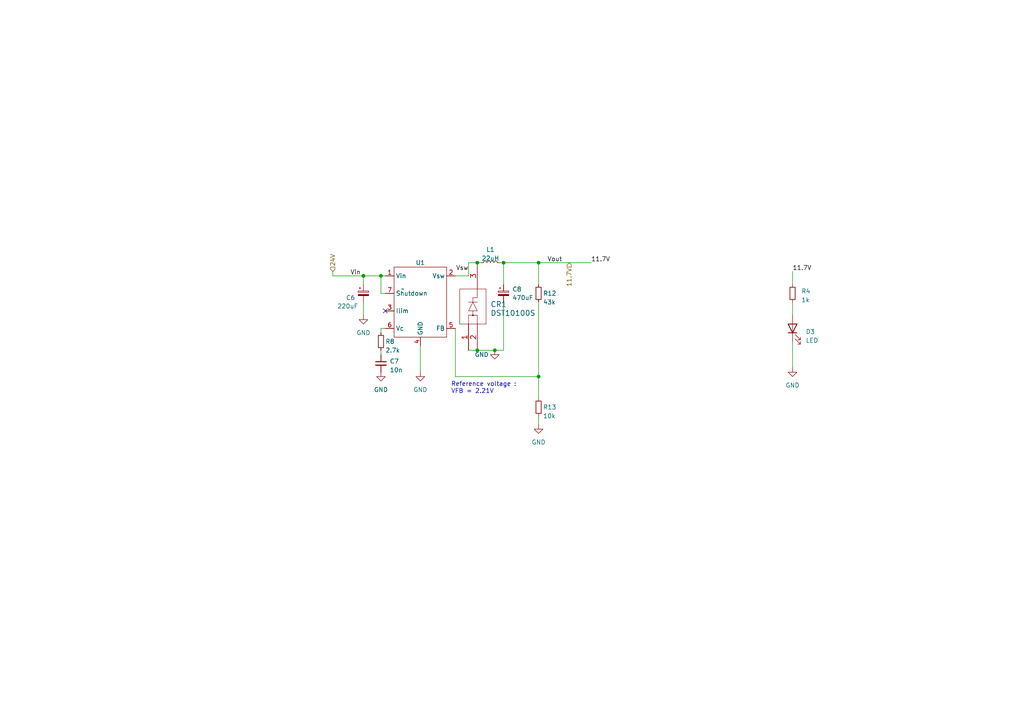
<source format=kicad_sch>
(kicad_sch (version 20230121) (generator eeschema)
  (paper "A4")
  (lib_symbols
    (symbol "DST10100S_1" (pin_names (offset 0.254) hide)
      (property "Reference" "CR" (at 12.7 7.62 0))
      (property "Value" "DST10100S" (at 12.7 5.08 0))
      (symbol "DST10100S_1_1_1"
        (polyline (pts (xy 7.62 -5.08) (xy 17.78 -5.08)) (stroke (width 0.127)))
        (polyline (pts (xy 7.62 0) (xy 10.16 0)) (stroke (width 0.127)))
        (polyline (pts (xy 7.62 2.54) (xy 7.62 -5.08)) (stroke (width 0.127)))
        (polyline (pts (xy 10.16 -2.54) (xy 7.62 -2.54)) (stroke (width 0.127)))
        (polyline (pts (xy 10.16 -1.27) (xy 11.43 -1.27)) (stroke (width 0.127)))
        (polyline (pts (xy 10.16 0) (xy 10.16 -2.54)) (stroke (width 0.127)))
        (polyline (pts (xy 11.43 -2.54) (xy 13.97 -1.27)) (stroke (width 0.127)))
        (polyline (pts (xy 11.43 0) (xy 11.43 -2.54)) (stroke (width 0.127)))
        (polyline (pts (xy 13.97 -1.27) (xy 11.43 0)) (stroke (width 0.127)))
        (polyline (pts (xy 13.97 -1.27) (xy 15.24 -1.27)) (stroke (width 0.127)))
        (polyline (pts (xy 13.97 0) (xy 13.97 -2.54)) (stroke (width 0.127)))
        (polyline (pts (xy 15.24 -2.54) (xy 17.78 -2.54)) (stroke (width 0.127)))
        (polyline (pts (xy 15.24 -1.27) (xy 15.24 -2.54)) (stroke (width 0.127)))
        (polyline (pts (xy 17.78 -5.08) (xy 17.78 2.54)) (stroke (width 0.127)))
        (polyline (pts (xy 17.78 2.54) (xy 7.62 2.54)) (stroke (width 0.127)))
        (arc (start 10.16 -1.397) (mid 10.16 -1.397) (end 10.16 -1.397) (stroke (width 0.254)))
        (circle (center 10.16 -1.27) (radius 0.127) (stroke (width 0.254)))
        (pin unspecified line (at 0 0 0) (length 7.62) (name "1") (number "1"))
        (pin unspecified line (at 0 -2.54 0) (length 7.62) (name "2") (number "2"))
        (pin unspecified line (at 25.4 -2.54 180) (length 7.62) (name "3") (number "3"))
      )
    )
    (symbol "Device:C_Polarized_Small" (pin_numbers hide) (pin_names (offset 0.254) hide)
      (property "Reference" "C" (at 0.254 1.778 0))
      (property "Value" "C_Polarized_Small" (at 0.254 -2.032 0))
      (symbol "C_Polarized_Small_0_1"
        (rectangle (start -1.524 -0.3048) (end 1.524 -0.6858) (fill (type outline)))
        (rectangle (start -1.524 0.6858) (end 1.524 0.3048))
        (polyline (pts (xy -1.27 1.524) (xy -0.762 1.524)))
        (polyline (pts (xy -1.016 1.27) (xy -1.016 1.778)))
      )
      (symbol "C_Polarized_Small_1_1"
        (pin passive line (at 0 2.54 270) (length 1.8542) (name "~") (number "1"))
        (pin passive line (at 0 -2.54 90) (length 1.8542) (name "~") (number "2"))
      )
    )
    (symbol "Device:C_Small" (pin_numbers hide) (pin_names (offset 0.254) hide)
      (property "Reference" "C" (at 0.254 1.778 0))
      (property "Value" "C_Small" (at 0.254 -2.032 0))
      (symbol "C_Small_0_1"
        (polyline (pts (xy -1.524 -0.508) (xy 1.524 -0.508)) (stroke (width 0.3302)))
        (polyline (pts (xy -1.524 0.508) (xy 1.524 0.508)) (stroke (width 0.3048)))
      )
      (symbol "C_Small_1_1"
        (pin passive line (at 0 2.54 270) (length 2.032) (name "~") (number "1"))
        (pin passive line (at 0 -2.54 90) (length 2.032) (name "~") (number "2"))
      )
    )
    (symbol "Device:LED" (pin_numbers hide) (pin_names (offset 1.016) hide)
      (property "Reference" "D" (at 0 2.54 0))
      (property "Value" "LED" (at 0 -2.54 0))
      (symbol "LED_0_1"
        (polyline (pts (xy -1.27 -1.27) (xy -1.27 1.27)) (stroke (width 0.254)))
        (polyline (pts (xy -1.27 0) (xy 1.27 0)))
        (polyline (pts (xy 1.27 -1.27) (xy 1.27 1.27) (xy -1.27 0) (xy 1.27 -1.27)) (stroke (width 0.254)))
        (polyline (pts (xy -3.048 -0.762) (xy -4.572 -2.286) (xy -3.81 -2.286) (xy -4.572 -2.286) (xy -4.572 -1.524)))
        (polyline (pts (xy -1.778 -0.762) (xy -3.302 -2.286) (xy -2.54 -2.286) (xy -3.302 -2.286) (xy -3.302 -1.524)))
      )
      (symbol "LED_1_1"
        (pin passive line (at -3.81 0 0) (length 2.54) (name "K") (number "1"))
        (pin passive line (at 3.81 0 180) (length 2.54) (name "A") (number "2"))
      )
    )
    (symbol "Device:L_Small" (pin_numbers hide) (pin_names (offset 0.254) hide)
      (property "Reference" "L" (at 0.762 1.016 0))
      (property "Value" "L_Small" (at 0.762 -1.016 0))
      (symbol "L_Small_0_1"
        (arc (start 0 -2.032) (mid 0.5058 -1.524) (end 0 -1.016))
        (arc (start 0 -1.016) (mid 0.5058 -0.508) (end 0 0))
        (arc (start 0 0) (mid 0.5058 0.508) (end 0 1.016))
        (arc (start 0 1.016) (mid 0.5058 1.524) (end 0 2.032))
      )
      (symbol "L_Small_1_1"
        (pin passive line (at 0 2.54 270) (length 0.508) (name "~") (number "1"))
        (pin passive line (at 0 -2.54 90) (length 0.508) (name "~") (number "2"))
      )
    )
    (symbol "Device:R_Small" (pin_numbers hide) (pin_names (offset 0.254) hide)
      (property "Reference" "R" (at 0.762 0.508 0))
      (property "Value" "R_Small" (at 0.762 -1.016 0))
      (symbol "R_Small_0_1"
        (rectangle (start -0.762 1.778) (end 0.762 -1.778) (stroke (width 0.2032)))
      )
      (symbol "R_Small_1_1"
        (pin passive line (at 0 2.54 270) (length 0.762) (name "~") (number "1"))
        (pin passive line (at 0 -2.54 90) (length 0.762) (name "~") (number "2"))
      )
    )
    (symbol "LT1076_1"
      (property "Reference" "U" (at -6.35 10.16 0))
      (symbol "LT1076_1_0_1"
        (rectangle (start -7.62 8.89) (end 7.62 -11.43))
      )
      (symbol "LT1076_1_1_1"
        (pin power_in line (at -10.16 6.35 0) (length 2.54) (name "Vin") (number "1"))
        (pin output line (at 10.16 6.35 180) (length 2.54) (name "Vsw") (number "2"))
        (pin input line (at -10.16 -3.81 0) (length 2.54) (name "Ilim") (number "3"))
        (pin power_in line (at 0 -13.97 90) (length 2.54) (name "GND") (number "4"))
        (pin input line (at 10.16 -8.89 180) (length 2.54) (name "FB") (number "5"))
        (pin input line (at -10.16 -8.89 0) (length 2.54) (name "Vc") (number "6"))
        (pin input line (at -10.16 1.27 0) (length 2.54) (name "Shutdown") (number "7"))
      )
    )
    (symbol "power:GND" (power) (pin_names (offset 0))
      (property "Value" "GND" (at 0 -3.81 0))
      (symbol "GND_0_1"
        (polyline (pts (xy 0 0) (xy 0 -1.27) (xy 1.27 -1.27) (xy 0 -2.54) (xy -1.27 -1.27) (xy 0 -1.27)))
      )
      (symbol "GND_1_1"
        (pin power_in line (at 0 0 270) (length 0) hide (name "GND") (number "1"))
      )
    )
  )
  (junction (at 110.49 80.01))
  (junction (at 156.21 76.2))
  (junction (at 138.43 76.2))
  (junction (at 156.21 109.22))
  (junction (at 143.51 101.6))
  (junction (at 146.05 76.2))
  (junction (at 138.43 101.6))
  (junction (at 105.41 80.01))
  (no_connect (at 111.76 90.17))
  (wire (pts (xy 121.92 100.33) (xy 121.92 107.95)))
  (wire (pts (xy 229.87 87.63) (xy 229.87 91.44)))
  (wire (pts (xy 110.49 85.09) (xy 111.76 85.09)))
  (wire (pts (xy 229.87 78.74) (xy 229.87 82.55)))
  (wire (pts (xy 105.41 87.63) (xy 105.41 91.44)))
  (wire (pts (xy 110.49 80.01) (xy 110.49 85.09)))
  (wire (pts (xy 229.87 106.68) (xy 229.87 99.06)))
  (wire (pts (xy 135.89 76.2) (xy 135.89 80.01)))
  (wire (pts (xy 135.89 76.2) (xy 138.43 76.2)))
  (wire (pts (xy 156.21 109.22) (xy 156.21 115.57)))
  (wire (pts (xy 144.78 76.2) (xy 146.05 76.2)))
  (wire (pts (xy 146.05 76.2) (xy 156.21 76.2)))
  (wire (pts (xy 146.05 101.6) (xy 143.51 101.6)))
  (wire (pts (xy 105.41 80.01) (xy 105.41 82.55)))
  (wire (pts (xy 146.05 76.2) (xy 146.05 82.55)))
  (wire (pts (xy 135.89 80.01) (xy 132.08 80.01)))
  (wire (pts (xy 110.49 101.6) (xy 110.49 102.87)))
  (wire (pts (xy 135.89 101.6) (xy 138.43 101.6)))
  (wire (pts (xy 156.21 120.65) (xy 156.21 123.19)))
  (wire (pts (xy 138.43 101.6) (xy 143.51 101.6)))
  (wire (pts (xy 156.21 87.63) (xy 156.21 109.22)))
  (wire (pts (xy 110.49 95.25) (xy 111.76 95.25)))
  (wire (pts (xy 132.08 109.22) (xy 156.21 109.22)))
  (wire (pts (xy 156.21 76.2) (xy 171.45 76.2)))
  (wire (pts (xy 156.21 76.2) (xy 156.21 82.55)))
  (wire (pts (xy 105.41 80.01) (xy 110.49 80.01)))
  (wire (pts (xy 138.43 76.2) (xy 139.7 76.2)))
  (wire (pts (xy 96.52 78.74) (xy 96.52 80.01)))
  (wire (pts (xy 110.49 96.52) (xy 110.49 95.25)))
  (wire (pts (xy 146.05 87.63) (xy 146.05 101.6)))
  (wire (pts (xy 132.08 109.22) (xy 132.08 95.25)))
  (wire (pts (xy 96.52 80.01) (xy 105.41 80.01)))
  (wire (pts (xy 110.49 80.01) (xy 111.76 80.01)))
  (text "Reference voltage :\nVFB = 2.21V" (at 130.81 114.3 0) (effects (font (size 1.27 1.27)) (justify left bottom)))
  (label "Vin" (at 101.6 80.01 0))
  (label "Vsw" (at 135.89 78.74 180))
  (label "11.7V" (at 171.45 76.2 0))
  (label "11.7V" (at 229.87 78.74 0))
  (label "Vout" (at 158.75 76.2 0))
  (hierarchical_label "11.7V" (shape input) (at 165.1 76.2 270))
  (hierarchical_label "24V" (shape input) (at 96.52 78.74 90))
  (symbol (lib_id "Device:LED") (at 229.87 95.25 90) (unit 1)
    (property "Reference" "D3" (at 233.68 96.2025 90) (effects (justify right)))
    (property "Value" "LED" (at 233.68 98.7425 90) (effects (justify right)))
    (property "Footprint" "LED_SMD:LED_0603_1608Metric_Pad1.05x0.95mm_HandSolder" (effects hide))
    (instances (project "Robourt" (path "" (reference "D3") (unit 1)) (path "" (reference "D5") (unit 1))) (project "Regulateurs" (path "" (reference "D2") (unit 1))) (project "QBPS_LT1076CR#PBF" (path "" (reference "D?") (unit 1)) (path "" (reference "D?") (unit 1)) (path "" (reference "D?") (unit 1)) (path "" (reference "D?") (unit 1)) (path "" (reference "D2") (unit 1))))
  )
  (symbol (lib_id "Device:L_Small") (at 142.24 76.2 90) (unit 1)
    (property "Reference" "L1" (at 142.24 72.39 90))
    (property "Value" "22uH" (at 142.24 74.93 90))
    (property "Footprint" "Inductor_SMD:L_Wuerth_WE-PD-Typ-LS_Handsoldering" (effects hide))
    (property "MFR" "7447709220" (effects hide))
    (instances (project "Robourt" (path "" (reference "L1") (unit 1)) (path "" (reference "L2") (unit 1))) (project "Regulateurs" (path "" (reference "L1") (unit 1))) (project "QBPS_LT1076CR#PBF" (path "" (reference "L1") (unit 1)) (path "" (reference "L2") (unit 1)) (path "" (reference "L3") (unit 1)) (path "" (reference "L4") (unit 1))))
  )
  (symbol (lib_id "Device:C_Small") (at 110.49 105.41 0) (unit 1)
    (property "Reference" "C7" (at 113.03 104.7813 0) (effects (justify left)))
    (property "Value" "10n" (at 113.03 107.3213 0) (effects (justify left)))
    (property "Footprint" "Capacitor_SMD:C_0603_1608Metric_Pad1.08x0.95mm_HandSolder" (effects hide))
    (instances (project "Robourt" (path "" (reference "C7") (unit 1)) (path "" (reference "C10") (unit 1))) (project "Regulateurs" (path "" (reference "C2") (unit 1))) (project "QBPS_LT1076CR#PBF" (path "" (reference "C2") (unit 1)) (path "" (reference "C5") (unit 1)) (path "" (reference "C8") (unit 1)) (path "" (reference "C11") (unit 1))))
  )
  (symbol (lib_id "power:GND") (at 110.49 107.95 0) (unit 1)
    (property "Reference" "#PWR031" (effects hide))
    (property "Value" "GND" (at 110.49 113.03 0))
    (instances (project "Robourt" (path "" (reference "#PWR031") (unit 1)) (path "" (reference "#PWR036") (unit 1))) (project "Regulateurs" (path "" (reference "#PWR03") (unit 1))) (project "QBPS_LT1076CR#PBF" (path "" (reference "#PWR020") (unit 1)) (path "" (reference "#PWR026") (unit 1)) (path "" (reference "#PWR032") (unit 1)) (path "" (reference "#PWR038") (unit 1))))
  )
  (symbol (lib_name "DST10100S_1") (lib_id "2023-03-19_11-33-54:DST10100S") (at 135.89 101.6 90) (unit 1)
    (property "Reference" "CR1" (at 142.24 88.265 90) (effects (font (size 1.524 1.524)) (justify right)))
    (property "Value" "DST10100S" (at 142.24 90.805 90) (effects (font (size 1.524 1.524)) (justify right)))
    (property "Footprint" "TO277B_LTF" (effects hide))
    (instances (project "Robourt" (path "" (reference "CR1") (unit 1)) (path "" (reference "CR3") (unit 1))))
  )
  (symbol (lib_id "power:GND") (at 105.41 91.44 0) (unit 1)
    (property "Reference" "#PWR030" (effects hide))
    (property "Value" "GND" (at 105.41 96.52 0))
    (instances (project "Robourt" (path "" (reference "#PWR030") (unit 1)) (path "" (reference "#PWR029") (unit 1))) (project "Regulateurs" (path "" (reference "#PWR02") (unit 1))) (project "QBPS_LT1076CR#PBF" (path "" (reference "#PWR019") (unit 1)) (path "" (reference "#PWR025") (unit 1)) (path "" (reference "#PWR031") (unit 1)) (path "" (reference "#PWR037") (unit 1))))
  )
  (symbol (lib_id "power:GND") (at 143.51 101.6 0) (unit 1)
    (property "Reference" "#PWR033" (effects hide))
    (property "Value" "GND" (at 139.7 102.87 0))
    (instances (project "Robourt" (path "" (reference "#PWR033") (unit 1)) (path "" (reference "#PWR044") (unit 1))) (project "Regulateurs" (path "" (reference "#PWR05") (unit 1))) (project "QBPS_LT1076CR#PBF" (path "" (reference "#PWR022") (unit 1)) (path "" (reference "#PWR028") (unit 1)) (path "" (reference "#PWR034") (unit 1)) (path "" (reference "#PWR040") (unit 1))))
  )
  (symbol (lib_id "Device:C_Polarized_Small") (at 105.41 85.09 0) (unit 1)
    (property "Reference" "C6" (at 100.33 86.36 0) (effects (justify left)))
    (property "Value" "220uF" (at 97.79 88.8111 0) (effects (justify left)))
    (property "Footprint" "Capacitor_SMD:CP_Elec_10x10.5" (effects hide))
    (property "MFR" "865060657012" (effects hide))
    (property "Vmax" "50V" (effects hide))
    (instances (project "Robourt" (path "" (reference "C6") (unit 1)) (path "" (reference "C9") (unit 1))) (project "Regulateurs" (path "" (reference "C1") (unit 1))) (project "QBPS_LT1076CR#PBF" (path "" (reference "C1") (unit 1)) (path "" (reference "C4") (unit 1)) (path "" (reference "C7") (unit 1)) (path "" (reference "C10") (unit 1))))
  )
  (symbol (lib_id "Device:C_Polarized_Small") (at 146.05 85.09 0) (unit 1)
    (property "Reference" "C8" (at 148.59 83.9089 0) (effects (justify left)))
    (property "Value" "470uF" (at 148.59 86.36 0) (effects (justify left)))
    (property "Footprint" "Capacitor_SMD:CP_Elec_10x10.5" (effects hide))
    (property "MFR" "865060457009" (effects hide))
    (instances (project "Robourt" (path "" (reference "C8") (unit 1)) (path "" (reference "C11") (unit 1))) (project "Regulateurs" (path "" (reference "C3") (unit 1))) (project "QBPS_LT1076CR#PBF" (path "" (reference "C3") (unit 1)) (path "" (reference "C6") (unit 1)) (path "" (reference "C9") (unit 1)) (path "" (reference "C12") (unit 1))))
  )
  (symbol (lib_id "Device:R_Small") (at 229.87 85.09 0) (unit 1)
    (property "Reference" "R4" (at 232.41 84.455 0) (effects (justify left)))
    (property "Value" "1k" (at 232.41 86.995 0) (effects (justify left)))
    (property "Footprint" "Resistor_SMD:R_0603_1608Metric_Pad0.98x0.95mm_HandSolder" (effects hide))
    (instances (project "Robourt" (path "" (reference "R4") (unit 1)) (path "" (reference "R6") (unit 1))) (project "Regulateurs" (path "" (reference "R5") (unit 1))) (project "QBPS_LT1076CR#PBF" (path "" (reference "R?") (unit 1)) (path "" (reference "R?") (unit 1)) (path "" (reference "R?") (unit 1)) (path "" (reference "R?") (unit 1)) (path "" (reference "R2") (unit 1))))
  )
  (symbol (lib_id "power:GND") (at 121.92 107.95 0) (unit 1)
    (property "Reference" "#PWR032" (effects hide))
    (property "Value" "GND" (at 121.92 113.03 0))
    (instances (project "Robourt" (path "" (reference "#PWR032") (unit 1)) (path "" (reference "#PWR038") (unit 1))) (project "Regulateurs" (path "" (reference "#PWR04") (unit 1))) (project "QBPS_LT1076CR#PBF" (path "" (reference "#PWR021") (unit 1)) (path "" (reference "#PWR027") (unit 1)) (path "" (reference "#PWR033") (unit 1)) (path "" (reference "#PWR039") (unit 1))))
  )
  (symbol (lib_name "LT1076_1") (lib_id "custom:LT1076") (at 121.92 86.36 0) (unit 1)
    (property "Reference" "U1" (at 121.92 76.2 0))
    (property "Value" "~" (at 116.84 83.82 0))
    (instances (project "Robourt" (path "" (reference "U1") (unit 1)) (path "" (reference "U6") (unit 1))))
  )
  (symbol (lib_id "Device:R_Small") (at 156.21 118.11 0) (unit 1)
    (property "Reference" "R13" (at 157.48 118.11 0) (effects (justify left)))
    (property "Value" "10k" (at 157.48 120.65 0) (effects (justify left)))
    (property "Footprint" "Resistor_SMD:R_0603_1608Metric_Pad0.98x0.95mm_HandSolder" (effects hide))
    (instances (project "Robourt" (path "" (reference "R13") (unit 1))) (project "Regulateurs" (path "" (reference "R15") (unit 1))) (project "QBPS_LT1076CR#PBF" (path "" (reference "R6") (unit 1)) (path "" (reference "R7") (unit 1)) (path "" (reference "R8") (unit 1)) (path "" (reference "R9") (unit 1))))
  )
  (symbol (lib_id "Device:R_Small") (at 110.49 99.06 0) (unit 1)
    (property "Reference" "R8" (at 111.76 99.06 0) (effects (justify left)))
    (property "Value" "2.7k" (at 111.76 101.6 0) (effects (justify left)))
    (property "Footprint" "Resistor_SMD:R_0603_1608Metric_Pad0.98x0.95mm_HandSolder" (effects hide))
    (instances (project "Robourt" (path "" (reference "R8") (unit 1)) (path "" (reference "R11") (unit 1))) (project "Regulateurs" (path "" (reference "R1") (unit 1))) (project "QBPS_LT1076CR#PBF" (path "" (reference "R6") (unit 1)) (path "" (reference "R7") (unit 1)) (path "" (reference "R8") (unit 1)) (path "" (reference "R9") (unit 1))))
  )
  (symbol (lib_id "power:GND") (at 229.87 106.68 0) (unit 1)
    (property "Reference" "#PWR040" (effects hide))
    (property "Value" "GND" (at 229.87 111.76 0))
    (instances (project "Robourt" (path "" (reference "#PWR040") (unit 1)) (path "" (reference "#PWR040") (unit 1))) (project "Regulateurs" (path "" (reference "#PWR015") (unit 1))) (project "QBPS_LT1076CR#PBF" (path "" (reference "#PWR?") (unit 1)) (path "" (reference "#PWR?") (unit 1)) (path "" (reference "#PWR?") (unit 1)) (path "" (reference "#PWR?") (unit 1)) (path "" (reference "#PWR013") (unit 1))))
  )
  (symbol (lib_id "Device:R_Small") (at 156.21 85.09 0) (unit 1)
    (property "Reference" "R12" (at 157.48 85.09 0) (effects (justify left)))
    (property "Value" "43k" (at 157.48 87.63 0) (effects (justify left)))
    (property "Footprint" "Resistor_SMD:R_0603_1608Metric_Pad0.98x0.95mm_HandSolder" (effects hide))
    (instances (project "Robourt" (path "" (reference "R12") (unit 1))) (project "Regulateurs" (path "" (reference "R14") (unit 1))) (project "QBPS_LT1076CR#PBF" (path "" (reference "R6") (unit 1)) (path "" (reference "R7") (unit 1)) (path "" (reference "R8") (unit 1)) (path "" (reference "R9") (unit 1))))
  )
  (symbol (lib_id "power:GND") (at 156.21 123.19 0) (unit 1)
    (property "Reference" "#PWR049" (effects hide))
    (property "Value" "GND" (at 156.21 128.27 0))
    (instances (project "Robourt" (path "" (reference "#PWR049") (unit 1))) (project "Regulateurs" (path "" (reference "#PWR025") (unit 1))) (project "QBPS_LT1076CR#PBF" (path "" (reference "#PWR023") (unit 1)) (path "" (reference "#PWR029") (unit 1)) (path "" (reference "#PWR035") (unit 1)) (path "" (reference "#PWR041") (unit 1))))
  )
)
</source>
